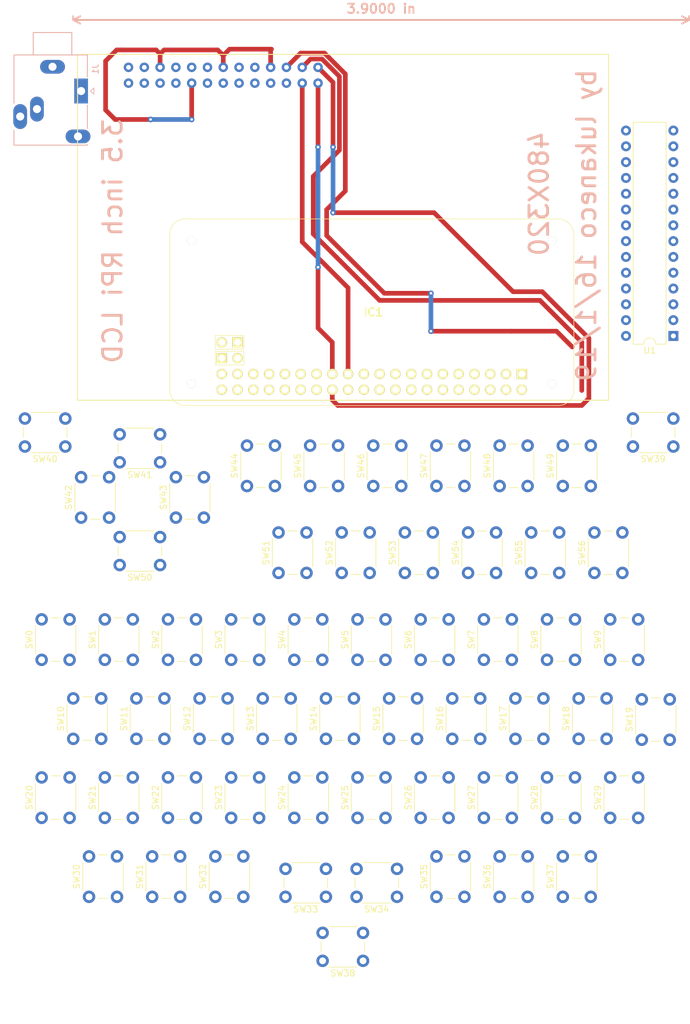
<source format=kicad_pcb>
(kicad_pcb (version 20171130) (host pcbnew "(5.0.2)-1")
  (layers (0 F.Cu signal) (31 B.Cu signal) (34 B.Paste user) (35 F.Paste user) (36 B.SilkS user) (37 F.SilkS user) (38 B.Mask user) (39 F.Mask user) (44 Edge.Cuts user))
  (net 0 "")
  (net 1 "Net-(SW0-Pad2)")
  (net 2 "Net-(SW1-Pad2)")
  (net 3 "Net-(SW2-Pad2)")
  (net 4 "Net-(SW3-Pad2)")
  (net 5 "Net-(SW4-Pad2)")
  (net 6 "Net-(SW5-Pad2)")
  (net 7 "Net-(SW6-Pad2)")
  (net 8 "Net-(SW7-Pad2)")
  (net 9 "Net-(SW8-Pad2)")
  (net 10 "Net-(SW9-Pad2)")
  (net 11 "Net-(SW10-Pad2)")
  (net 12 "Net-(SW11-Pad2)")
  (net 13 "Net-(SW12-Pad2)")
  (net 14 "Net-(SW13-Pad2)")
  (net 15 "Net-(SW14-Pad2)")
  (net 16 "Net-(SW15-Pad2)")
  (net 17 "Net-(SW16-Pad2)")
  (net 18 "Net-(SW17-Pad2)")
  (net 19 "Net-(SW18-Pad2)")
  (net 20 "Net-(SW19-Pad2)")
  (net 21 "Net-(SW20-Pad2)")
  (net 22 "Net-(SW21-Pad2)")
  (net 23 "Net-(SW22-Pad2)")
  (net 24 "Net-(SW23-Pad2)")
  (net 25 "Net-(SW24-Pad2)")
  (net 26 "Net-(SW25-Pad2)")
  (net 27 "Net-(SW26-Pad2)")
  (net 28 "Net-(SW27-Pad2)")
  (net 29 "Net-(SW28-Pad2)")
  (net 30 "Net-(SW29-Pad2)")
  (net 31 "Net-(SW30-Pad2)")
  (net 32 "Net-(SW31-Pad2)")
  (net 33 "Net-(SW32-Pad2)")
  (net 34 "Net-(SW33-Pad2)")
  (net 35 "Net-(SW34-Pad2)")
  (net 36 "Net-(SW35-Pad2)")
  (net 37 "Net-(SW36-Pad2)")
  (net 38 "Net-(SW37-Pad2)")
  (net 39 "Net-(SW38-Pad2)")
  (net 40 "Net-(SW39-Pad2)")
  (net 41 "Net-(SW40-Pad2)")
  (net 42 "Net-(SW41-Pad2)")
  (net 43 "Net-(SW42-Pad2)")
  (net 44 "Net-(SW43-Pad2)")
  (net 45 "Net-(SW44-Pad2)")
  (net 46 "Net-(SW45-Pad2)")
  (net 47 "Net-(SW46-Pad2)")
  (net 48 "Net-(SW47-Pad2)")
  (net 49 "Net-(SW48-Pad2)")
  (net 50 "Net-(SW49-Pad2)")
  (net 51 "Net-(SW50-Pad2)")
  (net 52 "Net-(SW51-Pad2)")
  (net 53 "Net-(SW52-Pad2)")
  (net 54 "Net-(SW53-Pad2)")
  (net 55 "Net-(SW54-Pad2)")
  (net 56 "Net-(SW55-Pad2)")
  (net 57 "Net-(SW56-Pad2)")
  (net 58 "Net-(U1-Pad15)")
  (net 59 "Net-(U1-Pad16)")
  (net 60 "Net-(U1-Pad17)")
  (net 61 "Net-(U1-Pad18)")
  (net 62 "Net-(U1-Pad19)")
  (net 63 "Net-(U1-Pad6)")
  (net 64 "Net-(U1-Pad20)")
  (net 65 "Net-(U1-Pad7)")
  (net 66 "Net-(U1-Pad21)")
  (net 67 "Net-(U1-Pad22)")
  (net 68 "Net-(U1-Pad23)")
  (net 69 "Net-(U1-Pad24)")
  (net 70 "Net-(U1-Pad11)")
  (net 71 "Net-(U1-Pad25)")
  (net 72 "Net-(U1-Pad12)")
  (net 73 "Net-(U1-Pad26)")
  (net 74 "Net-(U1-Pad13)")
  (net 75 "Net-(U1-Pad27)")
  (net 76 "Net-(U1-Pad14)")
  (net 77 "Net-(U1-Pad28)")
  (net 78 Col2)
  (net 79 Col3)
  (net 80 Col4)
  (net 81 Col5)
  (net 82 Col0)
  (net 83 Col1)
  (net 84 Reset)
  (net 85 Serial_RX)
  (net 86 Serial_TX)
  (net 87 USB_D+)
  (net 88 USB_D-)
  (net 89 Osc1)
  (net 90 Osc2)
  (net 91 "Net-(DS1-Pad3)")
  (net 92 "Net-(DS1-Pad5)")
  (net 93 "Net-(DS1-Pad7)")
  (net 94 "Net-(DS1-Pad8)")
  (net 95 "Net-(DS1-Pad10)")
  (net 96 "Net-(DS1-Pad12)")
  (net 97 "Net-(DS1-Pad13)")
  (net 98 "Net-(DS1-Pad15)")
  (net 99 "Net-(DS1-Pad16)")
  (net 100 "Net-(IC1-Pad3)")
  (net 101 "Net-(IC1-Pad5)")
  (net 102 "Net-(IC1-Pad7)")
  (net 103 "Net-(IC1-Pad8)")
  (net 104 "Net-(IC1-Pad10)")
  (net 105 "Net-(IC1-Pad12)")
  (net 106 "Net-(IC1-Pad13)")
  (net 107 "Net-(IC1-Pad15)")
  (net 108 "Net-(IC1-Pad16)")
  (net 109 "Net-(IC1-Pad19)")
  (net 110 "Net-(IC1-Pad27)")
  (net 111 "Net-(IC1-Pad28)")
  (net 112 "Net-(IC1-Pad29)")
  (net 113 "Net-(IC1-Pad30)")
  (net 114 "Net-(IC1-Pad31)")
  (net 115 "Net-(IC1-Pad32)")
  (net 116 "Net-(IC1-Pad33)")
  (net 117 "Net-(IC1-Pad34)")
  (net 118 "Net-(IC1-Pad35)")
  (net 119 "Net-(IC1-Pad36)")
  (net 120 "Net-(IC1-Pad37)")
  (net 121 "Net-(IC1-Pad38)")
  (net 122 "Net-(IC1-Pad39)")
  (net 123 "Net-(IC1-Pad40)")
  (net 124 "Net-(IC1-Pad41)")
  (net 125 "Net-(IC1-Pad42)")
  (net 126 "Net-(IC1-Pad43)")
  (net 127 "Net-(IC1-Pad44)")
  (net 128 "Net-(J1-PadT)")
  (net 129 "Net-(J1-PadR)")
  (net 130 "Net-(J1-PadS)")
  (net 131 +3V3)
  (net 132 +5V)
  (net 133 GND)
  (net 134 TP_IRQ)
  (net 135 LCD_RS)
  (net 136 TP_SO)
  (net 137 RST)
  (net 138 LCD_SCK)
  (net 139 LCD_CS)
  (net 140 TP_CS)
  (module Button_Switch_THT:SW_PUSH_6mm (layer F.Cu) (at 60.96 130.81 90)
    (fp_text reference SW0 (at 3.25 -2 90) (layer F.SilkS))
    (fp_text value SW_Push)
    (pad 2 thru_hole circle (at 0 4.5 180) (size 2 2) (drill 1.1) (layers *.Cu *.Mask) (net 1 "Net-(SW0-Pad2)"))
    (pad 1 thru_hole circle (at 0 0 180) (size 2 2) (drill 1.1) (layers *.Cu *.Mask) (net 78 Col2))
    (pad 2 thru_hole circle (at 6.5 4.5 180) (size 2 2) (drill 1.1) (layers *.Cu *.Mask) (net 1 "Net-(SW0-Pad2)"))
    (pad 1 thru_hole circle (at 6.5 0 180) (size 2 2) (drill 1.1) (layers *.Cu *.Mask) (net 78 Col2))
  )
  (module Button_Switch_THT:SW_PUSH_6mm (layer F.Cu) (at 71.12 130.81 90)
    (fp_text reference SW1 (at 3.25 -2 90) (layer F.SilkS))
    (fp_text value SW_Push)
    (pad 1 thru_hole circle (at 6.5 0 180) (size 2 2) (drill 1.1) (layers *.Cu *.Mask) (net 78 Col2))
    (pad 2 thru_hole circle (at 6.5 4.5 180) (size 2 2) (drill 1.1) (layers *.Cu *.Mask) (net 2 "Net-(SW1-Pad2)"))
    (pad 1 thru_hole circle (at 0 0 180) (size 2 2) (drill 1.1) (layers *.Cu *.Mask) (net 78 Col2))
    (pad 2 thru_hole circle (at 0 4.5 180) (size 2 2) (drill 1.1) (layers *.Cu *.Mask) (net 2 "Net-(SW1-Pad2)"))
  )
  (module Button_Switch_THT:SW_PUSH_6mm (layer F.Cu) (at 81.28 130.81 90)
    (fp_text reference SW2 (at 3.25 -2 90) (layer F.SilkS))
    (fp_text value SW_Push)
    (pad 2 thru_hole circle (at 0 4.5 180) (size 2 2) (drill 1.1) (layers *.Cu *.Mask) (net 3 "Net-(SW2-Pad2)"))
    (pad 1 thru_hole circle (at 0 0 180) (size 2 2) (drill 1.1) (layers *.Cu *.Mask) (net 78 Col2))
    (pad 2 thru_hole circle (at 6.5 4.5 180) (size 2 2) (drill 1.1) (layers *.Cu *.Mask) (net 3 "Net-(SW2-Pad2)"))
    (pad 1 thru_hole circle (at 6.5 0 180) (size 2 2) (drill 1.1) (layers *.Cu *.Mask) (net 78 Col2))
  )
  (module Button_Switch_THT:SW_PUSH_6mm (layer F.Cu) (at 91.44 130.81 90)
    (fp_text reference SW3 (at 3.25 -2 90) (layer F.SilkS))
    (fp_text value SW_Push)
    (pad 2 thru_hole circle (at 0 4.5 180) (size 2 2) (drill 1.1) (layers *.Cu *.Mask) (net 4 "Net-(SW3-Pad2)"))
    (pad 1 thru_hole circle (at 0 0 180) (size 2 2) (drill 1.1) (layers *.Cu *.Mask) (net 78 Col2))
    (pad 2 thru_hole circle (at 6.5 4.5 180) (size 2 2) (drill 1.1) (layers *.Cu *.Mask) (net 4 "Net-(SW3-Pad2)"))
    (pad 1 thru_hole circle (at 6.5 0 180) (size 2 2) (drill 1.1) (layers *.Cu *.Mask) (net 78 Col2))
  )
  (module Button_Switch_THT:SW_PUSH_6mm (layer F.Cu) (at 101.6 130.81 90)
    (fp_text reference SW4 (at 3.25 -2 90) (layer F.SilkS))
    (fp_text value SW_Push)
    (pad 1 thru_hole circle (at 6.5 0 180) (size 2 2) (drill 1.1) (layers *.Cu *.Mask) (net 78 Col2))
    (pad 2 thru_hole circle (at 6.5 4.5 180) (size 2 2) (drill 1.1) (layers *.Cu *.Mask) (net 5 "Net-(SW4-Pad2)"))
    (pad 1 thru_hole circle (at 0 0 180) (size 2 2) (drill 1.1) (layers *.Cu *.Mask) (net 78 Col2))
    (pad 2 thru_hole circle (at 0 4.5 180) (size 2 2) (drill 1.1) (layers *.Cu *.Mask) (net 5 "Net-(SW4-Pad2)"))
  )
  (module Button_Switch_THT:SW_PUSH_6mm (layer F.Cu) (at 111.76 130.81 90)
    (fp_text reference SW5 (at 3.25 -2 90) (layer F.SilkS))
    (fp_text value SW_Push)
    (pad 2 thru_hole circle (at 0 4.5 180) (size 2 2) (drill 1.1) (layers *.Cu *.Mask) (net 6 "Net-(SW5-Pad2)"))
    (pad 1 thru_hole circle (at 0 0 180) (size 2 2) (drill 1.1) (layers *.Cu *.Mask) (net 78 Col2))
    (pad 2 thru_hole circle (at 6.5 4.5 180) (size 2 2) (drill 1.1) (layers *.Cu *.Mask) (net 6 "Net-(SW5-Pad2)"))
    (pad 1 thru_hole circle (at 6.5 0 180) (size 2 2) (drill 1.1) (layers *.Cu *.Mask) (net 78 Col2))
  )
  (module Button_Switch_THT:SW_PUSH_6mm (layer F.Cu) (at 121.92 130.81 90)
    (fp_text reference SW6 (at 3.25 -2 90) (layer F.SilkS))
    (fp_text value SW_Push)
    (pad 2 thru_hole circle (at 0 4.5 180) (size 2 2) (drill 1.1) (layers *.Cu *.Mask) (net 7 "Net-(SW6-Pad2)"))
    (pad 1 thru_hole circle (at 0 0 180) (size 2 2) (drill 1.1) (layers *.Cu *.Mask) (net 78 Col2))
    (pad 2 thru_hole circle (at 6.5 4.5 180) (size 2 2) (drill 1.1) (layers *.Cu *.Mask) (net 7 "Net-(SW6-Pad2)"))
    (pad 1 thru_hole circle (at 6.5 0 180) (size 2 2) (drill 1.1) (layers *.Cu *.Mask) (net 78 Col2))
  )
  (module Button_Switch_THT:SW_PUSH_6mm (layer F.Cu) (at 132.08 130.81 90)
    (fp_text reference SW7 (at 3.25 -2 90) (layer F.SilkS))
    (fp_text value SW_Push)
    (pad 1 thru_hole circle (at 6.5 0 180) (size 2 2) (drill 1.1) (layers *.Cu *.Mask) (net 78 Col2))
    (pad 2 thru_hole circle (at 6.5 4.5 180) (size 2 2) (drill 1.1) (layers *.Cu *.Mask) (net 8 "Net-(SW7-Pad2)"))
    (pad 1 thru_hole circle (at 0 0 180) (size 2 2) (drill 1.1) (layers *.Cu *.Mask) (net 78 Col2))
    (pad 2 thru_hole circle (at 0 4.5 180) (size 2 2) (drill 1.1) (layers *.Cu *.Mask) (net 8 "Net-(SW7-Pad2)"))
  )
  (module Button_Switch_THT:SW_PUSH_6mm (layer F.Cu) (at 142.24 130.81 90)
    (fp_text reference SW8 (at 3.25 -2 90) (layer F.SilkS))
    (fp_text value SW_Push)
    (pad 1 thru_hole circle (at 6.5 0 180) (size 2 2) (drill 1.1) (layers *.Cu *.Mask) (net 78 Col2))
    (pad 2 thru_hole circle (at 6.5 4.5 180) (size 2 2) (drill 1.1) (layers *.Cu *.Mask) (net 9 "Net-(SW8-Pad2)"))
    (pad 1 thru_hole circle (at 0 0 180) (size 2 2) (drill 1.1) (layers *.Cu *.Mask) (net 78 Col2))
    (pad 2 thru_hole circle (at 0 4.5 180) (size 2 2) (drill 1.1) (layers *.Cu *.Mask) (net 9 "Net-(SW8-Pad2)"))
  )
  (module Button_Switch_THT:SW_PUSH_6mm (layer F.Cu) (at 152.4 130.81 90)
    (fp_text reference SW9 (at 3.25 -2 90) (layer F.SilkS))
    (fp_text value SW_Push)
    (pad 2 thru_hole circle (at 0 4.5 180) (size 2 2) (drill 1.1) (layers *.Cu *.Mask) (net 10 "Net-(SW9-Pad2)"))
    (pad 1 thru_hole circle (at 0 0 180) (size 2 2) (drill 1.1) (layers *.Cu *.Mask) (net 78 Col2))
    (pad 2 thru_hole circle (at 6.5 4.5 180) (size 2 2) (drill 1.1) (layers *.Cu *.Mask) (net 10 "Net-(SW9-Pad2)"))
    (pad 1 thru_hole circle (at 6.5 0 180) (size 2 2) (drill 1.1) (layers *.Cu *.Mask) (net 78 Col2))
  )
  (module Button_Switch_THT:SW_PUSH_6mm (layer F.Cu) (at 66.04 143.51 90)
    (fp_text reference SW10 (at 3.25 -2 90) (layer F.SilkS))
    (fp_text value SW_Push)
    (pad 1 thru_hole circle (at 6.5 0 180) (size 2 2) (drill 1.1) (layers *.Cu *.Mask) (net 79 Col3))
    (pad 2 thru_hole circle (at 6.5 4.5 180) (size 2 2) (drill 1.1) (layers *.Cu *.Mask) (net 11 "Net-(SW10-Pad2)"))
    (pad 1 thru_hole circle (at 0 0 180) (size 2 2) (drill 1.1) (layers *.Cu *.Mask) (net 79 Col3))
    (pad 2 thru_hole circle (at 0 4.5 180) (size 2 2) (drill 1.1) (layers *.Cu *.Mask) (net 11 "Net-(SW10-Pad2)"))
  )
  (module Button_Switch_THT:SW_PUSH_6mm (layer F.Cu) (at 76.2 143.51 90)
    (fp_text reference SW11 (at 3.25 -2 90) (layer F.SilkS))
    (fp_text value SW_Push)
    (pad 2 thru_hole circle (at 0 4.5 180) (size 2 2) (drill 1.1) (layers *.Cu *.Mask) (net 12 "Net-(SW11-Pad2)"))
    (pad 1 thru_hole circle (at 0 0 180) (size 2 2) (drill 1.1) (layers *.Cu *.Mask) (net 79 Col3))
    (pad 2 thru_hole circle (at 6.5 4.5 180) (size 2 2) (drill 1.1) (layers *.Cu *.Mask) (net 12 "Net-(SW11-Pad2)"))
    (pad 1 thru_hole circle (at 6.5 0 180) (size 2 2) (drill 1.1) (layers *.Cu *.Mask) (net 79 Col3))
  )
  (module Button_Switch_THT:SW_PUSH_6mm (layer F.Cu) (at 86.36 143.51 90)
    (fp_text reference SW12 (at 3.25 -2 90) (layer F.SilkS))
    (fp_text value SW_Push)
    (pad 1 thru_hole circle (at 6.5 0 180) (size 2 2) (drill 1.1) (layers *.Cu *.Mask) (net 79 Col3))
    (pad 2 thru_hole circle (at 6.5 4.5 180) (size 2 2) (drill 1.1) (layers *.Cu *.Mask) (net 13 "Net-(SW12-Pad2)"))
    (pad 1 thru_hole circle (at 0 0 180) (size 2 2) (drill 1.1) (layers *.Cu *.Mask) (net 79 Col3))
    (pad 2 thru_hole circle (at 0 4.5 180) (size 2 2) (drill 1.1) (layers *.Cu *.Mask) (net 13 "Net-(SW12-Pad2)"))
  )
  (module Button_Switch_THT:SW_PUSH_6mm (layer F.Cu) (at 96.52 143.51 90)
    (fp_text reference SW13 (at 3.25 -2 90) (layer F.SilkS))
    (fp_text value SW_Push)
    (pad 1 thru_hole circle (at 6.5 0 180) (size 2 2) (drill 1.1) (layers *.Cu *.Mask) (net 79 Col3))
    (pad 2 thru_hole circle (at 6.5 4.5 180) (size 2 2) (drill 1.1) (layers *.Cu *.Mask) (net 14 "Net-(SW13-Pad2)"))
    (pad 1 thru_hole circle (at 0 0 180) (size 2 2) (drill 1.1) (layers *.Cu *.Mask) (net 79 Col3))
    (pad 2 thru_hole circle (at 0 4.5 180) (size 2 2) (drill 1.1) (layers *.Cu *.Mask) (net 14 "Net-(SW13-Pad2)"))
  )
  (module Button_Switch_THT:SW_PUSH_6mm (layer F.Cu) (at 106.68 143.51 90)
    (fp_text reference SW14 (at 3.25 -2 90) (layer F.SilkS))
    (fp_text value SW_Push)
    (pad 2 thru_hole circle (at 0 4.5 180) (size 2 2) (drill 1.1) (layers *.Cu *.Mask) (net 15 "Net-(SW14-Pad2)"))
    (pad 1 thru_hole circle (at 0 0 180) (size 2 2) (drill 1.1) (layers *.Cu *.Mask) (net 79 Col3))
    (pad 2 thru_hole circle (at 6.5 4.5 180) (size 2 2) (drill 1.1) (layers *.Cu *.Mask) (net 15 "Net-(SW14-Pad2)"))
    (pad 1 thru_hole circle (at 6.5 0 180) (size 2 2) (drill 1.1) (layers *.Cu *.Mask) (net 79 Col3))
  )
  (module Button_Switch_THT:SW_PUSH_6mm (layer F.Cu) (at 116.84 143.51 90)
    (fp_text reference SW15 (at 3.25 -2 90) (layer F.SilkS))
    (fp_text value SW_Push)
    (pad 2 thru_hole circle (at 0 4.5 180) (size 2 2) (drill 1.1) (layers *.Cu *.Mask) (net 16 "Net-(SW15-Pad2)"))
    (pad 1 thru_hole circle (at 0 0 180) (size 2 2) (drill 1.1) (layers *.Cu *.Mask) (net 79 Col3))
    (pad 2 thru_hole circle (at 6.5 4.5 180) (size 2 2) (drill 1.1) (layers *.Cu *.Mask) (net 16 "Net-(SW15-Pad2)"))
    (pad 1 thru_hole circle (at 6.5 0 180) (size 2 2) (drill 1.1) (layers *.Cu *.Mask) (net 79 Col3))
  )
  (module Button_Switch_THT:SW_PUSH_6mm (layer F.Cu) (at 127 143.51 90)
    (fp_text reference SW16 (at 3.25 -2 90) (layer F.SilkS))
    (fp_text value SW_Push)
    (pad 1 thru_hole circle (at 6.5 0 180) (size 2 2) (drill 1.1) (layers *.Cu *.Mask) (net 79 Col3))
    (pad 2 thru_hole circle (at 6.5 4.5 180) (size 2 2) (drill 1.1) (layers *.Cu *.Mask) (net 17 "Net-(SW16-Pad2)"))
    (pad 1 thru_hole circle (at 0 0 180) (size 2 2) (drill 1.1) (layers *.Cu *.Mask) (net 79 Col3))
    (pad 2 thru_hole circle (at 0 4.5 180) (size 2 2) (drill 1.1) (layers *.Cu *.Mask) (net 17 "Net-(SW16-Pad2)"))
  )
  (module Button_Switch_THT:SW_PUSH_6mm (layer F.Cu) (at 137.16 143.51 90)
    (fp_text reference SW17 (at 3.25 -2 90) (layer F.SilkS))
    (fp_text value SW_Push)
    (pad 2 thru_hole circle (at 0 4.5 180) (size 2 2) (drill 1.1) (layers *.Cu *.Mask) (net 18 "Net-(SW17-Pad2)"))
    (pad 1 thru_hole circle (at 0 0 180) (size 2 2) (drill 1.1) (layers *.Cu *.Mask) (net 79 Col3))
    (pad 2 thru_hole circle (at 6.5 4.5 180) (size 2 2) (drill 1.1) (layers *.Cu *.Mask) (net 18 "Net-(SW17-Pad2)"))
    (pad 1 thru_hole circle (at 6.5 0 180) (size 2 2) (drill 1.1) (layers *.Cu *.Mask) (net 79 Col3))
  )
  (module Button_Switch_THT:SW_PUSH_6mm (layer F.Cu) (at 147.32 143.51 90)
    (fp_text reference SW18 (at 3.25 -2 90) (layer F.SilkS))
    (fp_text value SW_Push)
    (pad 1 thru_hole circle (at 6.5 0 180) (size 2 2) (drill 1.1) (layers *.Cu *.Mask) (net 79 Col3))
    (pad 2 thru_hole circle (at 6.5 4.5 180) (size 2 2) (drill 1.1) (layers *.Cu *.Mask) (net 19 "Net-(SW18-Pad2)"))
    (pad 1 thru_hole circle (at 0 0 180) (size 2 2) (drill 1.1) (layers *.Cu *.Mask) (net 79 Col3))
    (pad 2 thru_hole circle (at 0 4.5 180) (size 2 2) (drill 1.1) (layers *.Cu *.Mask) (net 19 "Net-(SW18-Pad2)"))
  )
  (module Button_Switch_THT:SW_PUSH_6mm (layer F.Cu) (at 157.48 143.66 90)
    (fp_text reference SW19 (at 3.25 -2 90) (layer F.SilkS))
    (fp_text value SW_Push)
    (pad 1 thru_hole circle (at 6.5 0 180) (size 2 2) (drill 1.1) (layers *.Cu *.Mask) (net 79 Col3))
    (pad 2 thru_hole circle (at 6.5 4.5 180) (size 2 2) (drill 1.1) (layers *.Cu *.Mask) (net 20 "Net-(SW19-Pad2)"))
    (pad 1 thru_hole circle (at 0 0 180) (size 2 2) (drill 1.1) (layers *.Cu *.Mask) (net 79 Col3))
    (pad 2 thru_hole circle (at 0 4.5 180) (size 2 2) (drill 1.1) (layers *.Cu *.Mask) (net 20 "Net-(SW19-Pad2)"))
  )
  (module Button_Switch_THT:SW_PUSH_6mm (layer F.Cu) (at 60.96 156.21 90)
    (fp_text reference SW20 (at 3.25 -2 90) (layer F.SilkS))
    (fp_text value SW_Push)
    (pad 2 thru_hole circle (at 0 4.5 180) (size 2 2) (drill 1.1) (layers *.Cu *.Mask) (net 21 "Net-(SW20-Pad2)"))
    (pad 1 thru_hole circle (at 0 0 180) (size 2 2) (drill 1.1) (layers *.Cu *.Mask) (net 80 Col4))
    (pad 2 thru_hole circle (at 6.5 4.5 180) (size 2 2) (drill 1.1) (layers *.Cu *.Mask) (net 21 "Net-(SW20-Pad2)"))
    (pad 1 thru_hole circle (at 6.5 0 180) (size 2 2) (drill 1.1) (layers *.Cu *.Mask) (net 80 Col4))
  )
  (module Button_Switch_THT:SW_PUSH_6mm (layer F.Cu) (at 71.12 156.21 90)
    (fp_text reference SW21 (at 3.25 -2 90) (layer F.SilkS))
    (fp_text value SW_Push)
    (pad 1 thru_hole circle (at 6.5 0 180) (size 2 2) (drill 1.1) (layers *.Cu *.Mask) (net 80 Col4))
    (pad 2 thru_hole circle (at 6.5 4.5 180) (size 2 2) (drill 1.1) (layers *.Cu *.Mask) (net 22 "Net-(SW21-Pad2)"))
    (pad 1 thru_hole circle (at 0 0 180) (size 2 2) (drill 1.1) (layers *.Cu *.Mask) (net 80 Col4))
    (pad 2 thru_hole circle (at 0 4.5 180) (size 2 2) (drill 1.1) (layers *.Cu *.Mask) (net 22 "Net-(SW21-Pad2)"))
  )
  (module Button_Switch_THT:SW_PUSH_6mm (layer F.Cu) (at 81.28 156.21 90)
    (fp_text reference SW22 (at 3.25 -2 90) (layer F.SilkS))
    (fp_text value SW_Push)
    (pad 2 thru_hole circle (at 0 4.5 180) (size 2 2) (drill 1.1) (layers *.Cu *.Mask) (net 23 "Net-(SW22-Pad2)"))
    (pad 1 thru_hole circle (at 0 0 180) (size 2 2) (drill 1.1) (layers *.Cu *.Mask) (net 80 Col4))
    (pad 2 thru_hole circle (at 6.5 4.5 180) (size 2 2) (drill 1.1) (layers *.Cu *.Mask) (net 23 "Net-(SW22-Pad2)"))
    (pad 1 thru_hole circle (at 6.5 0 180) (size 2 2) (drill 1.1) (layers *.Cu *.Mask) (net 80 Col4))
  )
  (module Button_Switch_THT:SW_PUSH_6mm (layer F.Cu) (at 91.44 156.21 90)
    (fp_text reference SW23 (at 3.25 -2 90) (layer F.SilkS))
    (fp_text value SW_Push)
    (pad 2 thru_hole circle (at 0 4.5 180) (size 2 2) (drill 1.1) (layers *.Cu *.Mask) (net 24 "Net-(SW23-Pad2)"))
    (pad 1 thru_hole circle (at 0 0 180) (size 2 2) (drill 1.1) (layers *.Cu *.Mask) (net 80 Col4))
    (pad 2 thru_hole circle (at 6.5 4.5 180) (size 2 2) (drill 1.1) (layers *.Cu *.Mask) (net 24 "Net-(SW23-Pad2)"))
    (pad 1 thru_hole circle (at 6.5 0 180) (size 2 2) (drill 1.1) (layers *.Cu *.Mask) (net 80 Col4))
  )
  (module Button_Switch_THT:SW_PUSH_6mm (layer F.Cu) (at 101.6 156.21 90)
    (fp_text reference SW24 (at 3.25 -2 90) (layer F.SilkS))
    (fp_text value SW_Push)
    (pad 2 thru_hole circle (at 0 4.5 180) (size 2 2) (drill 1.1) (layers *.Cu *.Mask) (net 25 "Net-(SW24-Pad2)"))
    (pad 1 thru_hole circle (at 0 0 180) (size 2 2) (drill 1.1) (layers *.Cu *.Mask) (net 80 Col4))
    (pad 2 thru_hole circle (at 6.5 4.5 180) (size 2 2) (drill 1.1) (layers *.Cu *.Mask) (net 25 "Net-(SW24-Pad2)"))
    (pad 1 thru_hole circle (at 6.5 0 180) (size 2 2) (drill 1.1) (layers *.Cu *.Mask) (net 80 Col4))
  )
  (module Button_Switch_THT:SW_PUSH_6mm (layer F.Cu) (at 111.76 156.21 90)
    (fp_text reference SW25 (at 3.25 -2 90) (layer F.SilkS))
    (fp_text value SW_Push)
    (pad 1 thru_hole circle (at 6.5 0 180) (size 2 2) (drill 1.1) (layers *.Cu *.Mask) (net 80 Col4))
    (pad 2 thru_hole circle (at 6.5 4.5 180) (size 2 2) (drill 1.1) (layers *.Cu *.Mask) (net 26 "Net-(SW25-Pad2)"))
    (pad 1 thru_hole circle (at 0 0 180) (size 2 2) (drill 1.1) (layers *.Cu *.Mask) (net 80 Col4))
    (pad 2 thru_hole circle (at 0 4.5 180) (size 2 2) (drill 1.1) (layers *.Cu *.Mask) (net 26 "Net-(SW25-Pad2)"))
  )
  (module Button_Switch_THT:SW_PUSH_6mm (layer F.Cu) (at 121.92 156.21 90)
    (fp_text reference SW26 (at 3.25 -2 90) (layer F.SilkS))
    (fp_text value SW_Push)
    (pad 2 thru_hole circle (at 0 4.5 180) (size 2 2) (drill 1.1) (layers *.Cu *.Mask) (net 27 "Net-(SW26-Pad2)"))
    (pad 1 thru_hole circle (at 0 0 180) (size 2 2) (drill 1.1) (layers *.Cu *.Mask) (net 80 Col4))
    (pad 2 thru_hole circle (at 6.5 4.5 180) (size 2 2) (drill 1.1) (layers *.Cu *.Mask) (net 27 "Net-(SW26-Pad2)"))
    (pad 1 thru_hole circle (at 6.5 0 180) (size 2 2) (drill 1.1) (layers *.Cu *.Mask) (net 80 Col4))
  )
  (module Button_Switch_THT:SW_PUSH_6mm (layer F.Cu) (at 132.08 156.21 90)
    (fp_text reference SW27 (at 3.25 -2 90) (layer F.SilkS))
    (fp_text value SW_Push)
    (pad 1 thru_hole circle (at 6.5 0 180) (size 2 2) (drill 1.1) (layers *.Cu *.Mask) (net 80 Col4))
    (pad 2 thru_hole circle (at 6.5 4.5 180) (size 2 2) (drill 1.1) (layers *.Cu *.Mask) (net 28 "Net-(SW27-Pad2)"))
    (pad 1 thru_hole circle (at 0 0 180) (size 2 2) (drill 1.1) (layers *.Cu *.Mask) (net 80 Col4))
    (pad 2 thru_hole circle (at 0 4.5 180) (size 2 2) (drill 1.1) (layers *.Cu *.Mask) (net 28 "Net-(SW27-Pad2)"))
  )
  (module Button_Switch_THT:SW_PUSH_6mm (layer F.Cu) (at 142.24 156.21 90)
    (fp_text reference SW28 (at 3.25 -2 90) (layer F.SilkS))
    (fp_text value SW_Push)
    (pad 2 thru_hole circle (at 0 4.5 180) (size 2 2) (drill 1.1) (layers *.Cu *.Mask) (net 29 "Net-(SW28-Pad2)"))
    (pad 1 thru_hole circle (at 0 0 180) (size 2 2) (drill 1.1) (layers *.Cu *.Mask) (net 80 Col4))
    (pad 2 thru_hole circle (at 6.5 4.5 180) (size 2 2) (drill 1.1) (layers *.Cu *.Mask) (net 29 "Net-(SW28-Pad2)"))
    (pad 1 thru_hole circle (at 6.5 0 180) (size 2 2) (drill 1.1) (layers *.Cu *.Mask) (net 80 Col4))
  )
  (module Button_Switch_THT:SW_PUSH_6mm (layer F.Cu) (at 152.4 156.21 90)
    (fp_text reference SW29 (at 3.25 -2 90) (layer F.SilkS))
    (fp_text value SW_Push)
    (pad 1 thru_hole circle (at 6.5 0 180) (size 2 2) (drill 1.1) (layers *.Cu *.Mask) (net 80 Col4))
    (pad 2 thru_hole circle (at 6.5 4.5 180) (size 2 2) (drill 1.1) (layers *.Cu *.Mask) (net 30 "Net-(SW29-Pad2)"))
    (pad 1 thru_hole circle (at 0 0 180) (size 2 2) (drill 1.1) (layers *.Cu *.Mask) (net 80 Col4))
    (pad 2 thru_hole circle (at 0 4.5 180) (size 2 2) (drill 1.1) (layers *.Cu *.Mask) (net 30 "Net-(SW29-Pad2)"))
  )
  (module Button_Switch_THT:SW_PUSH_6mm (layer F.Cu) (at 68.58 168.91 90)
    (fp_text reference SW30 (at 3.25 -2 90) (layer F.SilkS))
    (fp_text value SW_Push)
    (pad 1 thru_hole circle (at 6.5 0 180) (size 2 2) (drill 1.1) (layers *.Cu *.Mask) (net 81 Col5))
    (pad 2 thru_hole circle (at 6.5 4.5 180) (size 2 2) (drill 1.1) (layers *.Cu *.Mask) (net 31 "Net-(SW30-Pad2)"))
    (pad 1 thru_hole circle (at 0 0 180) (size 2 2) (drill 1.1) (layers *.Cu *.Mask) (net 81 Col5))
    (pad 2 thru_hole circle (at 0 4.5 180) (size 2 2) (drill 1.1) (layers *.Cu *.Mask) (net 31 "Net-(SW30-Pad2)"))
  )
  (module Button_Switch_THT:SW_PUSH_6mm (layer F.Cu) (at 78.74 168.91 90)
    (fp_text reference SW31 (at 3.25 -2 90) (layer F.SilkS))
    (fp_text value SW_Push)
    (pad 2 thru_hole circle (at 0 4.5 180) (size 2 2) (drill 1.1) (layers *.Cu *.Mask) (net 32 "Net-(SW31-Pad2)"))
    (pad 1 thru_hole circle (at 0 0 180) (size 2 2) (drill 1.1) (layers *.Cu *.Mask) (net 81 Col5))
    (pad 2 thru_hole circle (at 6.5 4.5 180) (size 2 2) (drill 1.1) (layers *.Cu *.Mask) (net 32 "Net-(SW31-Pad2)"))
    (pad 1 thru_hole circle (at 6.5 0 180) (size 2 2) (drill 1.1) (layers *.Cu *.Mask) (net 81 Col5))
  )
  (module Button_Switch_THT:SW_PUSH_6mm (layer F.Cu) (at 88.9 168.91 90)
    (fp_text reference SW32 (at 3.25 -2 90) (layer F.SilkS))
    (fp_text value SW_Push)
    (pad 1 thru_hole circle (at 6.5 0 180) (size 2 2) (drill 1.1) (layers *.Cu *.Mask) (net 81 Col5))
    (pad 2 thru_hole circle (at 6.5 4.5 180) (size 2 2) (drill 1.1) (layers *.Cu *.Mask) (net 33 "Net-(SW32-Pad2)"))
    (pad 1 thru_hole circle (at 0 0 180) (size 2 2) (drill 1.1) (layers *.Cu *.Mask) (net 81 Col5))
    (pad 2 thru_hole circle (at 0 4.5 180) (size 2 2) (drill 1.1) (layers *.Cu *.Mask) (net 33 "Net-(SW32-Pad2)"))
  )
  (module Button_Switch_THT:SW_PUSH_6mm (layer F.Cu) (at 106.68 168.91 180)
    (fp_text reference SW33 (at 3.25 -2 180) (layer F.SilkS))
    (fp_text value SW_Push)
    (pad 2 thru_hole circle (at 0 4.5 270) (size 2 2) (drill 1.1) (layers *.Cu *.Mask) (net 34 "Net-(SW33-Pad2)"))
    (pad 1 thru_hole circle (at 0 0 270) (size 2 2) (drill 1.1) (layers *.Cu *.Mask) (net 81 Col5))
    (pad 2 thru_hole circle (at 6.5 4.5 270) (size 2 2) (drill 1.1) (layers *.Cu *.Mask) (net 34 "Net-(SW33-Pad2)"))
    (pad 1 thru_hole circle (at 6.5 0 270) (size 2 2) (drill 1.1) (layers *.Cu *.Mask) (net 81 Col5))
  )
  (module Button_Switch_THT:SW_PUSH_6mm (layer F.Cu) (at 118.11 168.91 180)
    (fp_text reference SW34 (at 3.25 -2 180) (layer F.SilkS))
    (fp_text value SW_Push)
    (pad 2 thru_hole circle (at 0 4.5 270) (size 2 2) (drill 1.1) (layers *.Cu *.Mask) (net 35 "Net-(SW34-Pad2)"))
    (pad 1 thru_hole circle (at 0 0 270) (size 2 2) (drill 1.1) (layers *.Cu *.Mask) (net 81 Col5))
    (pad 2 thru_hole circle (at 6.5 4.5 270) (size 2 2) (drill 1.1) (layers *.Cu *.Mask) (net 35 "Net-(SW34-Pad2)"))
    (pad 1 thru_hole circle (at 6.5 0 270) (size 2 2) (drill 1.1) (layers *.Cu *.Mask) (net 81 Col5))
  )
  (module Button_Switch_THT:SW_PUSH_6mm (layer F.Cu) (at 124.46 168.91 90)
    (fp_text reference SW35 (at 3.25 -2 90) (layer F.SilkS))
    (fp_text value SW_Push)
    (pad 2 thru_hole circle (at 0 4.5 180) (size 2 2) (drill 1.1) (layers *.Cu *.Mask) (net 36 "Net-(SW35-Pad2)"))
    (pad 1 thru_hole circle (at 0 0 180) (size 2 2) (drill 1.1) (layers *.Cu *.Mask) (net 81 Col5))
    (pad 2 thru_hole circle (at 6.5 4.5 180) (size 2 2) (drill 1.1) (layers *.Cu *.Mask) (net 36 "Net-(SW35-Pad2)"))
    (pad 1 thru_hole circle (at 6.5 0 180) (size 2 2) (drill 1.1) (layers *.Cu *.Mask) (net 81 Col5))
  )
  (module Button_Switch_THT:SW_PUSH_6mm (layer F.Cu) (at 134.62 168.91 90)
    (fp_text reference SW36 (at 3.25 -2 90) (layer F.SilkS))
    (fp_text value SW_Push)
    (pad 2 thru_hole circle (at 0 4.5 180) (size 2 2) (drill 1.1) (layers *.Cu *.Mask) (net 37 "Net-(SW36-Pad2)"))
    (pad 1 thru_hole circle (at 0 0 180) (size 2 2) (drill 1.1) (layers *.Cu *.Mask) (net 81 Col5))
    (pad 2 thru_hole circle (at 6.5 4.5 180) (size 2 2) (drill 1.1) (layers *.Cu *.Mask) (net 37 "Net-(SW36-Pad2)"))
    (pad 1 thru_hole circle (at 6.5 0 180) (size 2 2) (drill 1.1) (layers *.Cu *.Mask) (net 81 Col5))
  )
  (module Button_Switch_THT:SW_PUSH_6mm (layer F.Cu) (at 144.78 168.91 90)
    (fp_text reference SW37 (at 3.25 -2 90) (layer F.SilkS))
    (fp_text value SW_Push)
    (pad 1 thru_hole circle (at 6.5 0 180) (size 2 2) (drill 1.1) (layers *.Cu *.Mask) (net 81 Col5))
    (pad 2 thru_hole circle (at 6.5 4.5 180) (size 2 2) (drill 1.1) (layers *.Cu *.Mask) (net 38 "Net-(SW37-Pad2)"))
    (pad 1 thru_hole circle (at 0 0 180) (size 2 2) (drill 1.1) (layers *.Cu *.Mask) (net 81 Col5))
    (pad 2 thru_hole circle (at 0 4.5 180) (size 2 2) (drill 1.1) (layers *.Cu *.Mask) (net 38 "Net-(SW37-Pad2)"))
  )
  (module Button_Switch_THT:SW_PUSH_6mm (layer F.Cu) (at 112.649 179.197 180)
    (fp_text reference SW38 (at 3.25 -2 180) (layer F.SilkS))
    (fp_text value SW_Push)
    (pad 2 thru_hole circle (at 0 4.5 270) (size 2 2) (drill 1.1) (layers *.Cu *.Mask) (net 39 "Net-(SW38-Pad2)"))
    (pad 1 thru_hole circle (at 0 0 270) (size 2 2) (drill 1.1) (layers *.Cu *.Mask) (net 81 Col5))
    (pad 2 thru_hole circle (at 6.5 4.5 270) (size 2 2) (drill 1.1) (layers *.Cu *.Mask) (net 39 "Net-(SW38-Pad2)"))
    (pad 1 thru_hole circle (at 6.5 0 270) (size 2 2) (drill 1.1) (layers *.Cu *.Mask) (net 81 Col5))
  )
  (module Button_Switch_THT:SW_PUSH_6mm (layer F.Cu) (at 162.56 96.52 180)
    (fp_text reference SW39 (at 3.25 -2 180) (layer F.SilkS))
    (fp_text value SW_Push)
    (pad 1 thru_hole circle (at 6.5 0 270) (size 2 2) (drill 1.1) (layers *.Cu *.Mask) (net 81 Col5))
    (pad 2 thru_hole circle (at 6.5 4.5 270) (size 2 2) (drill 1.1) (layers *.Cu *.Mask) (net 40 "Net-(SW39-Pad2)"))
    (pad 1 thru_hole circle (at 0 0 270) (size 2 2) (drill 1.1) (layers *.Cu *.Mask) (net 81 Col5))
    (pad 2 thru_hole circle (at 0 4.5 270) (size 2 2) (drill 1.1) (layers *.Cu *.Mask) (net 40 "Net-(SW39-Pad2)"))
  )
  (module Button_Switch_THT:SW_PUSH_6mm (layer F.Cu) (at 64.77 96.52 180)
    (fp_text reference SW40 (at 3.25 -2 180) (layer F.SilkS))
    (fp_text value SW_Push)
    (pad 1 thru_hole circle (at 6.5 0 270) (size 2 2) (drill 1.1) (layers *.Cu *.Mask) (net 82 Col0))
    (pad 2 thru_hole circle (at 6.5 4.5 270) (size 2 2) (drill 1.1) (layers *.Cu *.Mask) (net 41 "Net-(SW40-Pad2)"))
    (pad 1 thru_hole circle (at 0 0 270) (size 2 2) (drill 1.1) (layers *.Cu *.Mask) (net 82 Col0))
    (pad 2 thru_hole circle (at 0 4.5 270) (size 2 2) (drill 1.1) (layers *.Cu *.Mask) (net 41 "Net-(SW40-Pad2)"))
  )
  (module Button_Switch_THT:SW_PUSH_6mm (layer F.Cu) (at 80.01 99.06 180)
    (fp_text reference SW41 (at 3.25 -2 180) (layer F.SilkS))
    (fp_text value SW_Push)
    (pad 1 thru_hole circle (at 6.5 0 270) (size 2 2) (drill 1.1) (layers *.Cu *.Mask) (net 82 Col0))
    (pad 2 thru_hole circle (at 6.5 4.5 270) (size 2 2) (drill 1.1) (layers *.Cu *.Mask) (net 42 "Net-(SW41-Pad2)"))
    (pad 1 thru_hole circle (at 0 0 270) (size 2 2) (drill 1.1) (layers *.Cu *.Mask) (net 82 Col0))
    (pad 2 thru_hole circle (at 0 4.5 270) (size 2 2) (drill 1.1) (layers *.Cu *.Mask) (net 42 "Net-(SW41-Pad2)"))
  )
  (module Button_Switch_THT:SW_PUSH_6mm (layer F.Cu) (at 67.31 107.95 90)
    (fp_text reference SW42 (at 3.25 -2 90) (layer F.SilkS))
    (fp_text value SW_Push)
    (pad 1 thru_hole circle (at 6.5 0 180) (size 2 2) (drill 1.1) (layers *.Cu *.Mask) (net 82 Col0))
    (pad 2 thru_hole circle (at 6.5 4.5 180) (size 2 2) (drill 1.1) (layers *.Cu *.Mask) (net 43 "Net-(SW42-Pad2)"))
    (pad 1 thru_hole circle (at 0 0 180) (size 2 2) (drill 1.1) (layers *.Cu *.Mask) (net 82 Col0))
    (pad 2 thru_hole circle (at 0 4.5 180) (size 2 2) (drill 1.1) (layers *.Cu *.Mask) (net 43 "Net-(SW42-Pad2)"))
  )
  (module Button_Switch_THT:SW_PUSH_6mm (layer F.Cu) (at 82.55 107.95 90)
    (fp_text reference SW43 (at 3.25 -2 90) (layer F.SilkS))
    (fp_text value SW_Push)
    (pad 2 thru_hole circle (at 0 4.5 180) (size 2 2) (drill 1.1) (layers *.Cu *.Mask) (net 44 "Net-(SW43-Pad2)"))
    (pad 1 thru_hole circle (at 0 0 180) (size 2 2) (drill 1.1) (layers *.Cu *.Mask) (net 82 Col0))
    (pad 2 thru_hole circle (at 6.5 4.5 180) (size 2 2) (drill 1.1) (layers *.Cu *.Mask) (net 44 "Net-(SW43-Pad2)"))
    (pad 1 thru_hole circle (at 6.5 0 180) (size 2 2) (drill 1.1) (layers *.Cu *.Mask) (net 82 Col0))
  )
  (module Button_Switch_THT:SW_PUSH_6mm (layer F.Cu) (at 93.98 102.87 90)
    (fp_text reference SW44 (at 3.25 -2 90) (layer F.SilkS))
    (fp_text value SW_Push)
    (pad 1 thru_hole circle (at 6.5 0 180) (size 2 2) (drill 1.1) (layers *.Cu *.Mask) (net 82 Col0))
    (pad 2 thru_hole circle (at 6.5 4.5 180) (size 2 2) (drill 1.1) (layers *.Cu *.Mask) (net 45 "Net-(SW44-Pad2)"))
    (pad 1 thru_hole circle (at 0 0 180) (size 2 2) (drill 1.1) (layers *.Cu *.Mask) (net 82 Col0))
    (pad 2 thru_hole circle (at 0 4.5 180) (size 2 2) (drill 1.1) (layers *.Cu *.Mask) (net 45 "Net-(SW44-Pad2)"))
  )
  (module Button_Switch_THT:SW_PUSH_6mm (layer F.Cu) (at 104.14 102.87 90)
    (fp_text reference SW45 (at 3.25 -2 90) (layer F.SilkS))
    (fp_text value SW_Push)
    (pad 2 thru_hole circle (at 0 4.5 180) (size 2 2) (drill 1.1) (layers *.Cu *.Mask) (net 46 "Net-(SW45-Pad2)"))
    (pad 1 thru_hole circle (at 0 0 180) (size 2 2) (drill 1.1) (layers *.Cu *.Mask) (net 82 Col0))
    (pad 2 thru_hole circle (at 6.5 4.5 180) (size 2 2) (drill 1.1) (layers *.Cu *.Mask) (net 46 "Net-(SW45-Pad2)"))
    (pad 1 thru_hole circle (at 6.5 0 180) (size 2 2) (drill 1.1) (layers *.Cu *.Mask) (net 82 Col0))
  )
  (module Button_Switch_THT:SW_PUSH_6mm (layer F.Cu) (at 114.3 102.87 90)
    (fp_text reference SW46 (at 3.25 -2 90) (layer F.SilkS))
    (fp_text value SW_Push)
    (pad 2 thru_hole circle (at 0 4.5 180) (size 2 2) (drill 1.1) (layers *.Cu *.Mask) (net 47 "Net-(SW46-Pad2)"))
    (pad 1 thru_hole circle (at 0 0 180) (size 2 2) (drill 1.1) (layers *.Cu *.Mask) (net 82 Col0))
    (pad 2 thru_hole circle (at 6.5 4.5 180) (size 2 2) (drill 1.1) (layers *.Cu *.Mask) (net 47 "Net-(SW46-Pad2)"))
    (pad 1 thru_hole circle (at 6.5 0 180) (size 2 2) (drill 1.1) (layers *.Cu *.Mask) (net 82 Col0))
  )
  (module Button_Switch_THT:SW_PUSH_6mm (layer F.Cu) (at 124.46 102.87 90)
    (fp_text reference SW47 (at 3.25 -2 90) (layer F.SilkS))
    (fp_text value SW_Push)
    (pad 2 thru_hole circle (at 0 4.5 180) (size 2 2) (drill 1.1) (layers *.Cu *.Mask) (net 48 "Net-(SW47-Pad2)"))
    (pad 1 thru_hole circle (at 0 0 180) (size 2 2) (drill 1.1) (layers *.Cu *.Mask) (net 82 Col0))
    (pad 2 thru_hole circle (at 6.5 4.5 180) (size 2 2) (drill 1.1) (layers *.Cu *.Mask) (net 48 "Net-(SW47-Pad2)"))
    (pad 1 thru_hole circle (at 6.5 0 180) (size 2 2) (drill 1.1) (layers *.Cu *.Mask) (net 82 Col0))
  )
  (module Button_Switch_THT:SW_PUSH_6mm (layer F.Cu) (at 134.62 102.87 90)
    (fp_text reference SW48 (at 3.25 -2 90) (layer F.SilkS))
    (fp_text value SW_Push)
    (pad 2 thru_hole circle (at 0 4.5 180) (size 2 2) (drill 1.1) (layers *.Cu *.Mask) (net 49 "Net-(SW48-Pad2)"))
    (pad 1 thru_hole circle (at 0 0 180) (size 2 2) (drill 1.1) (layers *.Cu *.Mask) (net 82 Col0))
    (pad 2 thru_hole circle (at 6.5 4.5 180) (size 2 2) (drill 1.1) (layers *.Cu *.Mask) (net 49 "Net-(SW48-Pad2)"))
    (pad 1 thru_hole circle (at 6.5 0 180) (size 2 2) (drill 1.1) (layers *.Cu *.Mask) (net 82 Col0))
  )
  (module Button_Switch_THT:SW_PUSH_6mm (layer F.Cu) (at 144.78 102.87 90)
    (fp_text reference SW49 (at 3.25 -2 90) (layer F.SilkS))
    (fp_text value SW_Push)
    (pad 1 thru_hole circle (at 6.5 0 180) (size 2 2) (drill 1.1) (layers *.Cu *.Mask) (net 82 Col0))
    (pad 2 thru_hole circle (at 6.5 4.5 180) (size 2 2) (drill 1.1) (layers *.Cu *.Mask) (net 50 "Net-(SW49-Pad2)"))
    (pad 1 thru_hole circle (at 0 0 180) (size 2 2) (drill 1.1) (layers *.Cu *.Mask) (net 82 Col0))
    (pad 2 thru_hole circle (at 0 4.5 180) (size 2 2) (drill 1.1) (layers *.Cu *.Mask) (net 50 "Net-(SW49-Pad2)"))
  )
  (module Button_Switch_THT:SW_PUSH_6mm (layer F.Cu) (at 80.01 115.57 180)
    (fp_text reference SW50 (at 3.25 -2 180) (layer F.SilkS))
    (fp_text value SW_Push)
    (pad 2 thru_hole circle (at 0 4.5 270) (size 2 2) (drill 1.1) (layers *.Cu *.Mask) (net 51 "Net-(SW50-Pad2)"))
    (pad 1 thru_hole circle (at 0 0 270) (size 2 2) (drill 1.1) (layers *.Cu *.Mask) (net 83 Col1))
    (pad 2 thru_hole circle (at 6.5 4.5 270) (size 2 2) (drill 1.1) (layers *.Cu *.Mask) (net 51 "Net-(SW50-Pad2)"))
    (pad 1 thru_hole circle (at 6.5 0 270) (size 2 2) (drill 1.1) (layers *.Cu *.Mask) (net 83 Col1))
  )
  (module Button_Switch_THT:SW_PUSH_6mm (layer F.Cu) (at 99.06 116.84 90)
    (fp_text reference SW51 (at 3.25 -2 90) (layer F.SilkS))
    (fp_text value SW_Push)
    (pad 1 thru_hole circle (at 6.5 0 180) (size 2 2) (drill 1.1) (layers *.Cu *.Mask) (net 83 Col1))
    (pad 2 thru_hole circle (at 6.5 4.5 180) (size 2 2) (drill 1.1) (layers *.Cu *.Mask) (net 52 "Net-(SW51-Pad2)"))
    (pad 1 thru_hole circle (at 0 0 180) (size 2 2) (drill 1.1) (layers *.Cu *.Mask) (net 83 Col1))
    (pad 2 thru_hole circle (at 0 4.5 180) (size 2 2) (drill 1.1) (layers *.Cu *.Mask) (net 52 "Net-(SW51-Pad2)"))
  )
  (module Button_Switch_THT:SW_PUSH_6mm (layer F.Cu) (at 109.22 116.84 90)
    (fp_text reference SW52 (at 3.25 -2 90) (layer F.SilkS))
    (fp_text value SW_Push)
    (pad 1 thru_hole circle (at 6.5 0 180) (size 2 2) (drill 1.1) (layers *.Cu *.Mask) (net 83 Col1))
    (pad 2 thru_hole circle (at 6.5 4.5 180) (size 2 2) (drill 1.1) (layers *.Cu *.Mask) (net 53 "Net-(SW52-Pad2)"))
    (pad 1 thru_hole circle (at 0 0 180) (size 2 2) (drill 1.1) (layers *.Cu *.Mask) (net 83 Col1))
    (pad 2 thru_hole circle (at 0 4.5 180) (size 2 2) (drill 1.1) (layers *.Cu *.Mask) (net 53 "Net-(SW52-Pad2)"))
  )
  (module Button_Switch_THT:SW_PUSH_6mm (layer F.Cu) (at 119.38 116.84 90)
    (fp_text reference SW53 (at 3.25 -2 90) (layer F.SilkS))
    (fp_text value SW_Push)
    (pad 1 thru_hole circle (at 6.5 0 180) (size 2 2) (drill 1.1) (layers *.Cu *.Mask) (net 83 Col1))
    (pad 2 thru_hole circle (at 6.5 4.5 180) (size 2 2) (drill 1.1) (layers *.Cu *.Mask) (net 54 "Net-(SW53-Pad2)"))
    (pad 1 thru_hole circle (at 0 0 180) (size 2 2) (drill 1.1) (layers *.Cu *.Mask) (net 83 Col1))
    (pad 2 thru_hole circle (at 0 4.5 180) (size 2 2) (drill 1.1) (layers *.Cu *.Mask) (net 54 "Net-(SW53-Pad2)"))
  )
  (module Button_Switch_THT:SW_PUSH_6mm (layer F.Cu) (at 129.54 116.84 90)
    (fp_text reference SW54 (at 3.25 -2 90) (layer F.SilkS))
    (fp_text value SW_Push)
    (pad 2 thru_hole circle (at 0 4.5 180) (size 2 2) (drill 1.1) (layers *.Cu *.Mask) (net 55 "Net-(SW54-Pad2)"))
    (pad 1 thru_hole circle (at 0 0 180) (size 2 2) (drill 1.1) (layers *.Cu *.Mask) (net 83 Col1))
    (pad 2 thru_hole circle (at 6.5 4.5 180) (size 2 2) (drill 1.1) (layers *.Cu *.Mask) (net 55 "Net-(SW54-Pad2)"))
    (pad 1 thru_hole circle (at 6.5 0 180) (size 2 2) (drill 1.1) (layers *.Cu *.Mask) (net 83 Col1))
  )
  (module Button_Switch_THT:SW_PUSH_6mm (layer F.Cu) (at 139.7 116.84 90)
    (fp_text reference SW55 (at 3.25 -2 90) (layer F.SilkS))
    (fp_text value SW_Push)
    (pad 1 thru_hole circle (at 6.5 0 180) (size 2 2) (drill 1.1) (layers *.Cu *.Mask) (net 83 Col1))
    (pad 2 thru_hole circle (at 6.5 4.5 180) (size 2 2) (drill 1.1) (layers *.Cu *.Mask) (net 56 "Net-(SW55-Pad2)"))
    (pad 1 thru_hole circle (at 0 0 180) (size 2 2) (drill 1.1) (layers *.Cu *.Mask) (net 83 Col1))
    (pad 2 thru_hole circle (at 0 4.5 180) (size 2 2) (drill 1.1) (layers *.Cu *.Mask) (net 56 "Net-(SW55-Pad2)"))
  )
  (module Button_Switch_THT:SW_PUSH_6mm (layer F.Cu) (at 149.86 116.84 90)
    (fp_text reference SW56 (at 3.25 -2 90) (layer F.SilkS))
    (fp_text value SW_Push)
    (pad 1 thru_hole circle (at 6.5 0 180) (size 2 2) (drill 1.1) (layers *.Cu *.Mask) (net 83 Col1))
    (pad 2 thru_hole circle (at 6.5 4.5 180) (size 2 2) (drill 1.1) (layers *.Cu *.Mask) (net 57 "Net-(SW56-Pad2)"))
    (pad 1 thru_hole circle (at 0 0 180) (size 2 2) (drill 1.1) (layers *.Cu *.Mask) (net 83 Col1))
    (pad 2 thru_hole circle (at 0 4.5 180) (size 2 2) (drill 1.1) (layers *.Cu *.Mask) (net 57 "Net-(SW56-Pad2)"))
  )
  (module Package_DIP:DIP-28_W7.62mm (layer F.Cu) (at 162.56 78.74 180)
    (fp_text reference U1 (at 3.81 -2.33 180) (layer F.SilkS))
    (fp_text value ATmega328P-PU)
    (pad 1 thru_hole rect (at 0 0 180) (size 1.6 1.6) (drill 0.8) (layers *.Cu *.Mask) (net 84 Reset))
    (pad 15 thru_hole oval (at 7.62 33.02 180) (size 1.6 1.6) (drill 0.8) (layers *.Cu *.Mask) (net 58 "Net-(U1-Pad15)"))
    (pad 2 thru_hole oval (at 0 2.54 180) (size 1.6 1.6) (drill 0.8) (layers *.Cu *.Mask) (net 85 Serial_RX))
    (pad 16 thru_hole oval (at 7.62 30.48 180) (size 1.6 1.6) (drill 0.8) (layers *.Cu *.Mask) (net 59 "Net-(U1-Pad16)"))
    (pad 3 thru_hole oval (at 0 5.08 180) (size 1.6 1.6) (drill 0.8) (layers *.Cu *.Mask) (net 86 Serial_TX))
    (pad 17 thru_hole oval (at 7.62 27.94 180) (size 1.6 1.6) (drill 0.8) (layers *.Cu *.Mask) (net 60 "Net-(U1-Pad17)"))
    (pad 4 thru_hole oval (at 0 7.62 180) (size 1.6 1.6) (drill 0.8) (layers *.Cu *.Mask) (net 87 USB_D+))
    (pad 18 thru_hole oval (at 7.62 25.4 180) (size 1.6 1.6) (drill 0.8) (layers *.Cu *.Mask) (net 61 "Net-(U1-Pad18)"))
    (pad 5 thru_hole oval (at 0 10.16 180) (size 1.6 1.6) (drill 0.8) (layers *.Cu *.Mask) (net 88 USB_D-))
    (pad 19 thru_hole oval (at 7.62 22.86 180) (size 1.6 1.6) (drill 0.8) (layers *.Cu *.Mask) (net 62 "Net-(U1-Pad19)"))
    (pad 6 thru_hole oval (at 0 12.7 180) (size 1.6 1.6) (drill 0.8) (layers *.Cu *.Mask) (net 63 "Net-(U1-Pad6)"))
    (pad 20 thru_hole oval (at 7.62 20.32 180) (size 1.6 1.6) (drill 0.8) (layers *.Cu *.Mask) (net 64 "Net-(U1-Pad20)"))
    (pad 7 thru_hole oval (at 0 15.24 180) (size 1.6 1.6) (drill 0.8) (layers *.Cu *.Mask) (net 65 "Net-(U1-Pad7)"))
    (pad 21 thru_hole oval (at 7.62 17.78 180) (size 1.6 1.6) (drill 0.8) (layers *.Cu *.Mask) (net 66 "Net-(U1-Pad21)"))
    (pad 8 thru_hole oval (at 0 17.78 180) (size 1.6 1.6) (drill 0.8) (layers *.Cu *.Mask) (net 67 "Net-(U1-Pad22)"))
    (pad 22 thru_hole oval (at 7.62 15.24 180) (size 1.6 1.6) (drill 0.8) (layers *.Cu *.Mask) (net 67 "Net-(U1-Pad22)"))
    (pad 9 thru_hole oval (at 0 20.32 180) (size 1.6 1.6) (drill 0.8) (layers *.Cu *.Mask) (net 89 Osc1))
    (pad 23 thru_hole oval (at 7.62 12.7 180) (size 1.6 1.6) (drill 0.8) (layers *.Cu *.Mask) (net 68 "Net-(U1-Pad23)"))
    (pad 10 thru_hole oval (at 0 22.86 180) (size 1.6 1.6) (drill 0.8) (layers *.Cu *.Mask) (net 90 Osc2))
    (pad 24 thru_hole oval (at 7.62 10.16 180) (size 1.6 1.6) (drill 0.8) (layers *.Cu *.Mask) (net 69 "Net-(U1-Pad24)"))
    (pad 11 thru_hole oval (at 0 25.4 180) (size 1.6 1.6) (drill 0.8) (layers *.Cu *.Mask) (net 70 "Net-(U1-Pad11)"))
    (pad 25 thru_hole oval (at 7.62 7.62 180) (size 1.6 1.6) (drill 0.8) (layers *.Cu *.Mask) (net 71 "Net-(U1-Pad25)"))
    (pad 12 thru_hole oval (at 0 27.94 180) (size 1.6 1.6) (drill 0.8) (layers *.Cu *.Mask) (net 72 "Net-(U1-Pad12)"))
    (pad 26 thru_hole oval (at 7.62 5.08 180) (size 1.6 1.6) (drill 0.8) (layers *.Cu *.Mask) (net 73 "Net-(U1-Pad26)"))
    (pad 13 thru_hole oval (at 0 30.48 180) (size 1.6 1.6) (drill 0.8) (layers *.Cu *.Mask) (net 74 "Net-(U1-Pad13)"))
    (pad 27 thru_hole oval (at 7.62 2.54 180) (size 1.6 1.6) (drill 0.8) (layers *.Cu *.Mask) (net 75 "Net-(U1-Pad27)"))
    (pad 14 thru_hole oval (at 0 33.02 180) (size 1.6 1.6) (drill 0.8) (layers *.Cu *.Mask) (net 76 "Net-(U1-Pad14)"))
    (pad 28 thru_hole oval (at 7.62 0 180) (size 1.6 1.6) (drill 0.8) (layers *.Cu *.Mask) (net 77 "Net-(U1-Pad28)"))
  )
  (module "35 display:3.5 inch RPi LCD" (layer B.Cu) (at 74.93 38.1)
    (fp_text reference DS1 hide)
    (fp_text value 3.5_Inch_RPI)
    (fp_text user "3.5 inch RPi LCD" (at -2.54 25.4 -90) (layer B.SilkS) (effects (font (size 3 3) (thickness 0.45)) (justify mirror)))
    (fp_text user 480X320 (at 66.04 17.78 -90) (layer B.SilkS) (effects (font (size 3 3) (thickness 0.45)) (justify mirror)))
    (fp_text user "by lukaneco 16/1/19" (at 73.66 22.86 -90) (layer B.SilkS) (effects (font (size 3 3) (thickness 0.45)) (justify mirror)))
    (pad 1 thru_hole circle (at 0 0) (size 1.524 1.524) (drill 0.762) (layers *.Cu *.Mask) (net 131 +3V3))
    (pad 2 thru_hole circle (at 0 -2.54) (size 1.524 1.524) (drill 0.762) (layers *.Cu *.Mask) (net 132 +5V))
    (pad 3 thru_hole circle (at 2.54 0) (size 1.524 1.524) (drill 0.762) (layers *.Cu *.Mask) (net 91 "Net-(DS1-Pad3)"))
    (pad 4 thru_hole circle (at 2.54 -2.54) (size 1.524 1.524) (drill 0.762) (layers *.Cu *.Mask) (net 132 +5V))
    (pad 5 thru_hole circle (at 5.08 0) (size 1.524 1.524) (drill 0.762) (layers *.Cu *.Mask) (net 92 "Net-(DS1-Pad5)"))
    (pad 6 thru_hole circle (at 5.08 -2.54) (size 1.524 1.524) (drill 0.762) (layers *.Cu *.Mask) (net 133 GND))
    (pad 7 thru_hole circle (at 7.62 0) (size 1.524 1.524) (drill 0.762) (layers *.Cu *.Mask) (net 93 "Net-(DS1-Pad7)"))
    (pad 8 thru_hole circle (at 7.62 -2.54) (size 1.524 1.524) (drill 0.762) (layers *.Cu *.Mask) (net 94 "Net-(DS1-Pad8)"))
    (pad 9 thru_hole circle (at 10.16 0) (size 1.524 1.524) (drill 0.762) (layers *.Cu *.Mask) (net 133 GND))
    (pad 10 thru_hole circle (at 10.16 -2.54) (size 1.524 1.524) (drill 0.762) (layers *.Cu *.Mask) (net 95 "Net-(DS1-Pad10)"))
    (pad 11 thru_hole circle (at 12.7 0) (size 1.524 1.524) (drill 0.762) (layers *.Cu *.Mask) (net 134 TP_IRQ))
    (pad 12 thru_hole circle (at 12.7 -2.54) (size 1.524 1.524) (drill 0.762) (layers *.Cu *.Mask) (net 96 "Net-(DS1-Pad12)"))
    (pad 13 thru_hole circle (at 15.24 0) (size 1.524 1.524) (drill 0.762) (layers *.Cu *.Mask) (net 97 "Net-(DS1-Pad13)"))
    (pad 14 thru_hole circle (at 15.24 -2.54) (size 1.524 1.524) (drill 0.762) (layers *.Cu *.Mask) (net 133 GND))
    (pad 15 thru_hole circle (at 17.78 0) (size 1.524 1.524) (drill 0.762) (layers *.Cu *.Mask) (net 98 "Net-(DS1-Pad15)"))
    (pad 16 thru_hole circle (at 17.78 -2.54) (size 1.524 1.524) (drill 0.762) (layers *.Cu *.Mask) (net 99 "Net-(DS1-Pad16)"))
    (pad 17 thru_hole circle (at 20.32 0) (size 1.524 1.524) (drill 0.762) (layers *.Cu *.Mask) (net 131 +3V3))
    (pad 18 thru_hole circle (at 20.32 -2.54) (size 1.524 1.524) (drill 0.762) (layers *.Cu *.Mask) (net 135 LCD_RS))
    (pad 19 thru_hole circle (at 22.86 0) (size 1.524 1.524) (drill 0.762) (layers *.Cu *.Mask))
    (pad 20 thru_hole circle (at 22.86 -2.54) (size 1.524 1.524) (drill 0.762) (layers *.Cu *.Mask) (net 133 GND))
    (pad 21 thru_hole circle (at 25.4 0) (size 1.524 1.524) (drill 0.762) (layers *.Cu *.Mask) (net 136 TP_SO))
    (pad 22 thru_hole circle (at 25.4 -2.54) (size 1.524 1.524) (drill 0.762) (layers *.Cu *.Mask) (net 137 RST))
    (pad 23 thru_hole circle (at 27.94 0) (size 1.524 1.524) (drill 0.762) (layers *.Cu *.Mask) (net 138 LCD_SCK))
    (pad 24 thru_hole circle (at 27.94 -2.54) (size 1.524 1.524) (drill 0.762) (layers *.Cu *.Mask) (net 139 LCD_CS))
    (pad 25 thru_hole circle (at 30.48 0) (size 1.524 1.524) (drill 0.762) (layers *.Cu *.Mask) (net 133 GND))
    (pad 26 thru_hole circle (at 30.48 -2.54) (size 1.524 1.524) (drill 0.762) (layers *.Cu *.Mask) (net 140 TP_CS))
  )
  (module "raspberry pi zero:RASPBERRY_PI_ZERO_W" (layer F.Cu) (at 114.3 74.93 180)
    (fp_text reference IC1 (at 0 0 180) (layer F.SilkS) (effects (font (size 1.27 1.27) (thickness 0.254))))
    (fp_text value "Raspberry_Pi_Zero_W_(v1.3)" hide)
    (pad 1 thru_hole rect (at -23.885 -9.92 270) (size 1.665 1.665) (drill 1.11) (layers *.Cu *.Mask F.SilkS) (net 131 +3V3))
    (pad 2 thru_hole circle (at -23.885 -12.46 270) (size 1.665 1.665) (drill 1.11) (layers *.Cu *.Mask F.SilkS) (net 132 +5V))
    (pad 3 thru_hole circle (at -21.345 -9.92 270) (size 1.665 1.665) (drill 1.11) (layers *.Cu *.Mask F.SilkS) (net 100 "Net-(IC1-Pad3)"))
    (pad 4 thru_hole circle (at -21.345 -12.46 270) (size 1.665 1.665) (drill 1.11) (layers *.Cu *.Mask F.SilkS) (net 132 +5V))
    (pad 5 thru_hole circle (at -18.805 -9.92 270) (size 1.665 1.665) (drill 1.11) (layers *.Cu *.Mask F.SilkS) (net 101 "Net-(IC1-Pad5)"))
    (pad 6 thru_hole circle (at -18.805 -12.46 270) (size 1.665 1.665) (drill 1.11) (layers *.Cu *.Mask F.SilkS) (net 133 GND))
    (pad 7 thru_hole circle (at -16.265 -9.92 270) (size 1.665 1.665) (drill 1.11) (layers *.Cu *.Mask F.SilkS) (net 102 "Net-(IC1-Pad7)"))
    (pad 8 thru_hole circle (at -16.265 -12.46 270) (size 1.665 1.665) (drill 1.11) (layers *.Cu *.Mask F.SilkS) (net 103 "Net-(IC1-Pad8)"))
    (pad 9 thru_hole circle (at -13.725 -9.92 270) (size 1.665 1.665) (drill 1.11) (layers *.Cu *.Mask F.SilkS) (net 133 GND))
    (pad 10 thru_hole circle (at -13.725 -12.46 270) (size 1.665 1.665) (drill 1.11) (layers *.Cu *.Mask F.SilkS) (net 104 "Net-(IC1-Pad10)"))
    (pad 11 thru_hole circle (at -11.185 -9.92 270) (size 1.665 1.665) (drill 1.11) (layers *.Cu *.Mask F.SilkS) (net 134 TP_IRQ))
    (pad 12 thru_hole circle (at -11.185 -12.46 270) (size 1.665 1.665) (drill 1.11) (layers *.Cu *.Mask F.SilkS) (net 105 "Net-(IC1-Pad12)"))
    (pad 13 thru_hole circle (at -8.645 -9.92 270) (size 1.665 1.665) (drill 1.11) (layers *.Cu *.Mask F.SilkS) (net 106 "Net-(IC1-Pad13)"))
    (pad 14 thru_hole circle (at -8.645 -12.46 270) (size 1.665 1.665) (drill 1.11) (layers *.Cu *.Mask F.SilkS) (net 133 GND))
    (pad 15 thru_hole circle (at -6.105 -9.92 270) (size 1.665 1.665) (drill 1.11) (layers *.Cu *.Mask F.SilkS) (net 107 "Net-(IC1-Pad15)"))
    (pad 16 thru_hole circle (at -6.105 -12.46 270) (size 1.665 1.665) (drill 1.11) (layers *.Cu *.Mask F.SilkS) (net 108 "Net-(IC1-Pad16)"))
    (pad 17 thru_hole circle (at -3.565 -9.92 270) (size 1.665 1.665) (drill 1.11) (layers *.Cu *.Mask F.SilkS) (net 131 +3V3))
    (pad 18 thru_hole circle (at -3.565 -12.46 270) (size 1.665 1.665) (drill 1.11) (layers *.Cu *.Mask F.SilkS) (net 135 LCD_RS))
    (pad 19 thru_hole circle (at -1.025 -9.92 270) (size 1.665 1.665) (drill 1.11) (layers *.Cu *.Mask F.SilkS) (net 109 "Net-(IC1-Pad19)"))
    (pad 20 thru_hole circle (at -1.025 -12.46 270) (size 1.665 1.665) (drill 1.11) (layers *.Cu *.Mask F.SilkS) (net 133 GND))
    (pad 21 thru_hole circle (at 1.515 -9.92 270) (size 1.665 1.665) (drill 1.11) (layers *.Cu *.Mask F.SilkS) (net 136 TP_SO))
    (pad 22 thru_hole circle (at 1.515 -12.46 270) (size 1.665 1.665) (drill 1.11) (layers *.Cu *.Mask F.SilkS) (net 137 RST))
    (pad 23 thru_hole circle (at 4.055 -9.92 270) (size 1.665 1.665) (drill 1.11) (layers *.Cu *.Mask F.SilkS) (net 138 LCD_SCK))
    (pad 24 thru_hole circle (at 4.055 -12.46 270) (size 1.665 1.665) (drill 1.11) (layers *.Cu *.Mask F.SilkS) (net 139 LCD_CS))
    (pad 25 thru_hole circle (at 6.595 -9.92 270) (size 1.665 1.665) (drill 1.11) (layers *.Cu *.Mask F.SilkS) (net 133 GND))
    (pad 26 thru_hole circle (at 6.595 -12.46 270) (size 1.665 1.665) (drill 1.11) (layers *.Cu *.Mask F.SilkS) (net 140 TP_CS))
    (pad 27 thru_hole circle (at 9.135 -9.92 270) (size 1.665 1.665) (drill 1.11) (layers *.Cu *.Mask F.SilkS) (net 110 "Net-(IC1-Pad27)"))
    (pad 28 thru_hole circle (at 9.135 -12.46 270) (size 1.665 1.665) (drill 1.11) (layers *.Cu *.Mask F.SilkS) (net 111 "Net-(IC1-Pad28)"))
    (pad 29 thru_hole circle (at 11.675 -9.92 270) (size 1.665 1.665) (drill 1.11) (layers *.Cu *.Mask F.SilkS) (net 112 "Net-(IC1-Pad29)"))
    (pad 30 thru_hole circle (at 11.675 -12.46 270) (size 1.665 1.665) (drill 1.11) (layers *.Cu *.Mask F.SilkS) (net 113 "Net-(IC1-Pad30)"))
    (pad 31 thru_hole circle (at 14.215 -9.92 270) (size 1.665 1.665) (drill 1.11) (layers *.Cu *.Mask F.SilkS) (net 114 "Net-(IC1-Pad31)"))
    (pad 32 thru_hole circle (at 14.215 -12.46 270) (size 1.665 1.665) (drill 1.11) (layers *.Cu *.Mask F.SilkS) (net 115 "Net-(IC1-Pad32)"))
    (pad 33 thru_hole circle (at 16.755 -9.92 270) (size 1.665 1.665) (drill 1.11) (layers *.Cu *.Mask F.SilkS) (net 116 "Net-(IC1-Pad33)"))
    (pad 34 thru_hole circle (at 16.755 -12.46 270) (size 1.665 1.665) (drill 1.11) (layers *.Cu *.Mask F.SilkS) (net 117 "Net-(IC1-Pad34)"))
    (pad 35 thru_hole circle (at 19.295 -9.92 270) (size 1.665 1.665) (drill 1.11) (layers *.Cu *.Mask F.SilkS) (net 118 "Net-(IC1-Pad35)"))
    (pad 36 thru_hole circle (at 19.295 -12.46 270) (size 1.665 1.665) (drill 1.11) (layers *.Cu *.Mask F.SilkS) (net 119 "Net-(IC1-Pad36)"))
    (pad 37 thru_hole circle (at 21.835 -9.92 270) (size 1.665 1.665) (drill 1.11) (layers *.Cu *.Mask F.SilkS) (net 120 "Net-(IC1-Pad37)"))
    (pad 38 thru_hole circle (at 21.835 -12.46 270) (size 1.665 1.665) (drill 1.11) (layers *.Cu *.Mask F.SilkS) (net 121 "Net-(IC1-Pad38)"))
    (pad 39 thru_hole circle (at 24.375 -9.92 270) (size 1.665 1.665) (drill 1.11) (layers *.Cu *.Mask F.SilkS) (net 122 "Net-(IC1-Pad39)"))
    (pad 40 thru_hole circle (at 24.375 -12.46 270) (size 1.665 1.665) (drill 1.11) (layers *.Cu *.Mask F.SilkS) (net 123 "Net-(IC1-Pad40)"))
    (pad 41 thru_hole rect (at 24.375 -7.38 270) (size 1.665 1.665) (drill 1.11) (layers *.Cu *.Mask F.SilkS) (net 124 "Net-(IC1-Pad41)"))
    (pad 42 thru_hole circle (at 21.835 -7.38 270) (size 1.665 1.665) (drill 1.11) (layers *.Cu *.Mask F.SilkS) (net 125 "Net-(IC1-Pad42)"))
    (pad 43 thru_hole rect (at 21.835 -4.84 270) (size 1.665 1.665) (drill 1.11) (layers *.Cu *.Mask F.SilkS) (net 126 "Net-(IC1-Pad43)"))
    (pad 44 thru_hole circle (at 24.375 -4.84 270) (size 1.665 1.665) (drill 1.11) (layers *.Cu *.Mask F.SilkS) (net 127 "Net-(IC1-Pad44)"))
    (pad MH1 thru_hole circle (at -28.755 -11.5 270) (size 1.4 1.4) (drill 2.8) (layers *.Cu *.Mask F.SilkS))
    (pad MH2 thru_hole circle (at -28.755 11.5 270) (size 1.4 1.4) (drill 2.8) (layers *.Cu *.Mask F.SilkS))
    (pad MH3 thru_hole circle (at 29.245 11.5 270) (size 1.4 1.4) (drill 2.8) (layers *.Cu *.Mask F.SilkS))
    (pad MH4 thru_hole circle (at 29.245 -11.5 270) (size 1.4 1.4) (drill 2.8) (layers *.Cu *.Mask F.SilkS))
  )
  (module Connector_Audio:Jack_3.5mm_Ledino_KB3SPRS_Horizontal (layer B.Cu) (at 67.31 39.37 270)
    (fp_text reference J1 (at -3.5 -2.3 270) (layer B.SilkS) (effects (justify mirror)))
    (fp_text value AudioJack3)
    (pad T thru_hole rect (at 0 0 270) (size 4 2.2) (drill 1.3) (layers *.Cu *.Mask) (net 128 "Net-(J1-PadT)"))
    (pad TN thru_hole oval (at 7.3 0.5 180) (size 4 2.2) (drill 1.3) (layers *.Cu *.Mask))
    (pad RN thru_hole oval (at 2.9 7.1 270) (size 4 2.2) (drill 1.3) (layers *.Cu *.Mask))
    (pad R thru_hole oval (at 4.1 9.8 270) (size 4 2.2) (drill 1.3) (layers *.Cu *.Mask) (net 129 "Net-(J1-PadR)"))
    (pad S thru_hole oval (at -3.9 4.6 270) (size 2.2 4) (drill 1.3) (layers *.Cu *.Mask) (net 130 "Net-(J1-PadS)"))
  )
  (dimension 99.06 (width 0.3) (layer B.SilkS) (gr_text "99,060 mm" (at 115.57 25.84) (layer B.SilkS) (effects (font (size 1.5 1.5) (thickness 0.3)))) (feature1 (pts (xy 66.04 27.94) (xy 66.04 27.353579))) (feature2 (pts (xy 165.1 27.94) (xy 165.1 27.353579))) (crossbar (pts (xy 165.1 27.94) (xy 66.04 27.94))) (arrow1a (pts (xy 66.04 27.94) (xy 67.166504 27.353579))) (arrow1b (pts (xy 66.04 27.94) (xy 67.166504 28.526421))) (arrow2a (pts (xy 165.1 27.94) (xy 163.973496 27.353579))) (arrow2b (pts (xy 165.1 27.94) (xy 163.973496 28.526421))))
  (segment (start 97.79 32.766) (end 97.79 35.56) (width 0.75) (layer F.Cu) (net 133))
  (segment (start 97.917 32.639) (end 97.79 32.766) (width 0.75) (layer F.Cu) (net 133))
  (segment (start 90.17 33.655) (end 90.17 35.56) (width 0.75) (layer F.Cu) (net 133))
  (segment (start 97.917 32.639) (end 91.186 32.639) (width 0.75) (layer F.Cu) (net 133))
  (segment (start 91.186 32.639) (end 90.17 33.655) (width 0.75) (layer F.Cu) (net 133))
  (segment (start 80.01 33.401) (end 80.01 35.56) (width 0.75) (layer F.Cu) (net 133))
  (segment (start 80.645 32.766) (end 80.01 33.401) (width 0.75) (layer F.Cu) (net 133))
  (segment (start 90.17 33.655) (end 89.281 32.766) (width 0.75) (layer F.Cu) (net 133))
  (segment (start 89.281 32.766) (end 80.645 32.766) (width 0.75) (layer F.Cu) (net 133))
  (segment (start 80.01 33.401) (end 79.375 32.766) (width 0.75) (layer F.Cu) (net 133))
  (segment (start 79.375 32.766) (end 73.66 32.766) (width 0.75) (layer F.Cu) (net 133))
  (segment (start 73.66 32.766) (end 73.025 32.766) (width 0.75) (layer F.Cu) (net 133))
  (segment (start 73.025 32.766) (end 71.247 34.544) (width 0.75) (layer F.Cu) (net 133))
  (segment (start 71.247 34.544) (end 71.247 42.418) (width 0.75) (layer F.Cu) (net 133))
  (segment (start 71.247 42.418) (end 72.771 43.942) (width 0.75) (layer F.Cu) (net 133))
  (via (at 78.486 43.942) (size 0.9) (drill 0.4) (layers F.Cu B.Cu) (net 133))
  (segment (start 72.771 43.942) (end 78.486 43.942) (width 0.75) (layer F.Cu) (net 133))
  (segment (start 78.486 43.942) (end 79.122396 43.942) (width 0.75) (layer B.Cu) (net 133))
  (segment (start 79.122396 43.942) (end 85.09 43.942) (width 0.75) (layer B.Cu) (net 133))
  (via (at 85.09 43.942) (size 0.9) (drill 0.4) (layers F.Cu B.Cu) (net 133))
  (segment (start 85.09 38.1) (end 85.09 43.942) (width 0.75) (layer F.Cu) (net 133))
  (segment (start 105.41 38.1) (end 105.41 39.17763) (width 0.75) (layer F.Cu) (net 133))
  (segment (start 105.41 39.17763) (end 105.41 46.482) (width 0.75) (layer F.Cu) (net 133))
  (via (at 105.41 48.387) (size 0.9) (drill 0.4) (layers F.Cu B.Cu) (net 133))
  (segment (start 105.41 46.482) (end 105.41 48.387) (width 0.75) (layer F.Cu) (net 133))
  (segment (start 105.41 48.387) (end 105.41 67.691) (width 0.75) (layer B.Cu) (net 133))
  (via (at 105.41 67.691) (size 0.9) (drill 0.4) (layers F.Cu B.Cu) (net 133))
  (segment (start 107.705 79.765) (end 107.705 84.85) (width 0.75) (layer F.Cu) (net 133))
  (segment (start 105.41 67.691) (end 105.41 77.47) (width 0.75) (layer F.Cu) (net 133))
  (segment (start 105.41 77.47) (end 107.705 79.765) (width 0.75) (layer F.Cu) (net 133))
  (segment (start 106.797999 58.435999) (end 106.797999 62.601999) (width 0.75) (layer F.Cu) (net 137))
  (segment (start 109.798011 55.435987) (end 106.797999 58.435999) (width 0.75) (layer F.Cu) (net 137))
  (segment (start 109.798011 36.625732) (end 109.798011 55.435987) (width 0.75) (layer F.Cu) (net 137))
  (segment (start 106.445268 33.272989) (end 109.798011 36.625732) (width 0.75) (layer F.Cu) (net 137))
  (segment (start 100.33 35.56) (end 102.617011 33.272989) (width 0.75) (layer F.Cu) (net 137))
  (segment (start 102.617011 33.272989) (end 106.445268 33.272989) (width 0.75) (layer F.Cu) (net 137))
  (segment (start 106.797999 62.601999) (end 116.078 71.882) (width 0.75) (layer F.Cu) (net 137))
  (via (at 123.571 71.882) (size 0.9) (drill 0.4) (layers F.Cu B.Cu) (net 137))
  (segment (start 116.078 71.882) (end 123.571 71.882) (width 0.75) (layer F.Cu) (net 137))
  (via (at 123.571 77.978) (size 0.9) (drill 0.4) (layers F.Cu B.Cu) (net 137))
  (segment (start 123.571 71.882) (end 123.571 77.978) (width 0.75) (layer B.Cu) (net 137))
  (segment (start 123.571 77.978) (end 136.490002 77.978) (width 0.75) (layer F.Cu) (net 137))
  (segment (start 136.490002 77.978) (end 143.764 77.978) (width 0.75) (layer F.Cu) (net 137))
  (segment (start 143.764 77.978) (end 146.304 80.518) (width 0.75) (layer F.Cu) (net 137))
  (segment (start 110.245 83.672668) (end 110.245 84.85) (width 0.75) (layer F.Cu) (net 138))
  (segment (start 110.245 71.008998) (end 110.245 83.672668) (width 0.75) (layer F.Cu) (net 138))
  (segment (start 102.87 63.633998) (end 110.245 71.008998) (width 0.75) (layer F.Cu) (net 138))
  (segment (start 102.87 38.1) (end 102.87 63.633998) (width 0.75) (layer F.Cu) (net 138))
  (segment (start 108.848001 48.879001) (end 104.641002 53.086) (width 0.75) (layer F.Cu) (net 139))
  (segment (start 108.848001 37.019239) (end 108.848001 48.879001) (width 0.75) (layer F.Cu) (net 139))
  (segment (start 106.051761 34.222999) (end 108.848001 37.019239) (width 0.75) (layer F.Cu) (net 139))
  (segment (start 102.87 35.56) (end 104.207001 34.222999) (width 0.75) (layer F.Cu) (net 139))
  (segment (start 104.207001 34.222999) (end 106.051761 34.222999) (width 0.75) (layer F.Cu) (net 139))
  (segment (start 104.641002 53.086) (end 104.641002 62.350002) (width 0.75) (layer F.Cu) (net 139))
  (segment (start 104.641002 62.350002) (end 115.316 73.025) (width 0.75) (layer F.Cu) (net 139))
  (segment (start 115.316 73.025) (end 141.097 73.025) (width 0.75) (layer F.Cu) (net 139))
  (segment (start 141.097 73.025) (end 147.828 79.756) (width 0.75) (layer F.Cu) (net 139))
  (segment (start 147.828 79.756) (end 147.828 87.503) (width 0.75) (layer F.Cu) (net 139))
  (segment (start 107.705 89.036) (end 107.705 87.39) (width 0.75) (layer F.Cu) (net 140))
  (segment (start 108.585 89.916) (end 107.705 89.036) (width 0.75) (layer F.Cu) (net 140))
  (segment (start 147.828 89.916) (end 108.585 89.916) (width 0.75) (layer F.Cu) (net 140))
  (segment (start 148.971 88.773) (end 147.828 89.916) (width 0.75) (layer F.Cu) (net 140))
  (segment (start 148.971 79.121) (end 148.971 88.773) (width 0.75) (layer F.Cu) (net 140))
  (via (at 107.823 48.387) (size 0.9) (drill 0.4) (layers F.Cu B.Cu) (net 140))
  (segment (start 105.41 35.56) (end 107.823 37.973) (width 0.75) (layer F.Cu) (net 140))
  (segment (start 107.823 37.973) (end 107.823 48.387) (width 0.75) (layer F.Cu) (net 140))
  (via (at 107.823 58.928) (size 0.9) (drill 0.4) (layers F.Cu B.Cu) (net 140))
  (segment (start 107.823 48.387) (end 107.823 58.928) (width 0.75) (layer B.Cu) (net 140))
  (segment (start 107.823 58.928) (end 124.079 58.928) (width 0.75) (layer F.Cu) (net 140))
  (segment (start 136.779 71.628) (end 141.478 71.628) (width 0.75) (layer F.Cu) (net 140))
  (segment (start 124.079 58.928) (end 136.779 71.628) (width 0.75) (layer F.Cu) (net 140))
  (segment (start 141.478 71.628) (end 148.971 79.121) (width 0.75) (layer F.Cu) (net 140))
)
</source>
